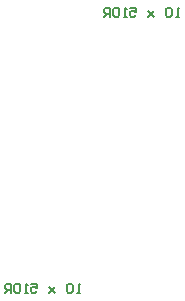
<source format=gbo>
G04 Layer_Color=13813960*
%FSLAX24Y24*%
%MOIN*%
G70*
G01*
G75*
%ADD53C,0.0070*%
D53*
X32850Y30250D02*
X32750D01*
X32800D01*
Y30550D01*
X32850Y30500D01*
X32600D02*
X32550Y30550D01*
X32450D01*
X32400Y30500D01*
Y30300D01*
X32450Y30250D01*
X32550D01*
X32600Y30300D01*
Y30500D01*
X32000Y30450D02*
X31800Y30250D01*
X31900Y30350D01*
X31800Y30450D01*
X32000Y30250D01*
X31201Y30550D02*
X31400D01*
Y30400D01*
X31300Y30450D01*
X31251D01*
X31201Y30400D01*
Y30300D01*
X31251Y30250D01*
X31350D01*
X31400Y30300D01*
X31101Y30250D02*
X31001D01*
X31051D01*
Y30550D01*
X31101Y30500D01*
X30851D02*
X30801Y30550D01*
X30701D01*
X30651Y30500D01*
Y30300D01*
X30701Y30250D01*
X30801D01*
X30851Y30300D01*
Y30500D01*
X30551Y30250D02*
Y30550D01*
X30401D01*
X30351Y30500D01*
Y30400D01*
X30401Y30350D01*
X30551D01*
X30451D02*
X30351Y30250D01*
X36150Y39450D02*
X36050D01*
X36100D01*
Y39750D01*
X36150Y39700D01*
X35900D02*
X35850Y39750D01*
X35750D01*
X35700Y39700D01*
Y39500D01*
X35750Y39450D01*
X35850D01*
X35900Y39500D01*
Y39700D01*
X35300Y39650D02*
X35100Y39450D01*
X35200Y39550D01*
X35100Y39650D01*
X35300Y39450D01*
X34501Y39750D02*
X34700D01*
Y39600D01*
X34601Y39650D01*
X34551D01*
X34501Y39600D01*
Y39500D01*
X34551Y39450D01*
X34650D01*
X34700Y39500D01*
X34401Y39450D02*
X34301D01*
X34351D01*
Y39750D01*
X34401Y39700D01*
X34151D02*
X34101Y39750D01*
X34001D01*
X33951Y39700D01*
Y39500D01*
X34001Y39450D01*
X34101D01*
X34151Y39500D01*
Y39700D01*
X33851Y39450D02*
Y39750D01*
X33701D01*
X33651Y39700D01*
Y39600D01*
X33701Y39550D01*
X33851D01*
X33751D02*
X33651Y39450D01*
M02*

</source>
